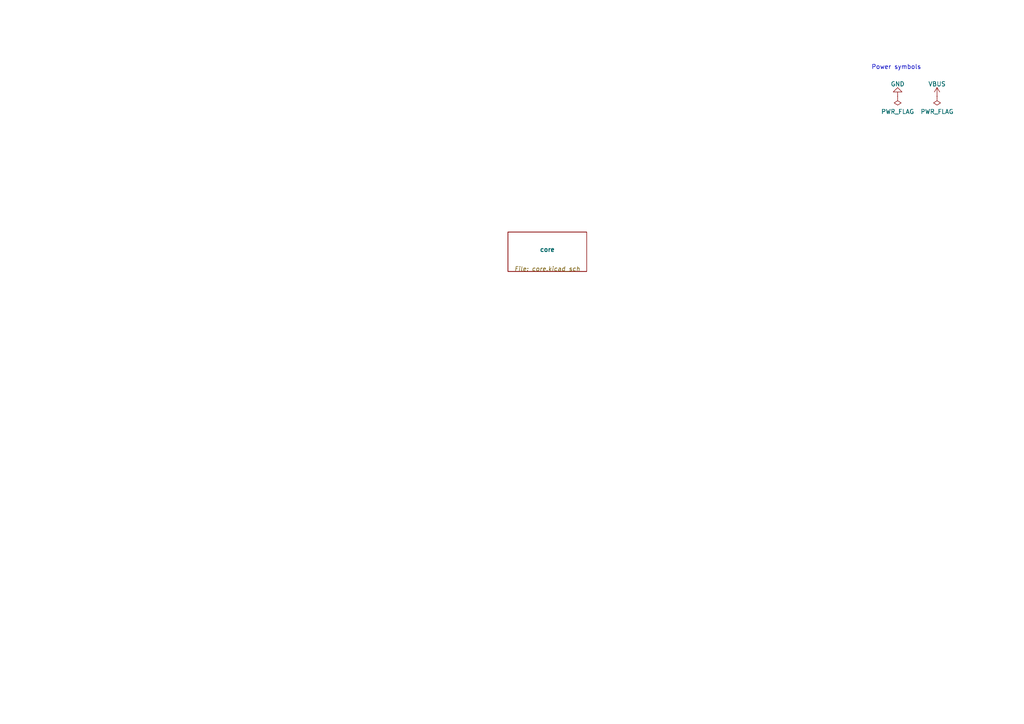
<source format=kicad_sch>
(kicad_sch (version 20211123) (generator eeschema)
  (paper "A4")
  (lib_symbols
    (symbol "power:GND" (power) (pin_names (offset 0))
      (property "Value" "GND" (at 0 -3.81 0))
      (symbol "GND_0_1"
        (polyline (pts (xy 0 0) (xy 0 -1.27) (xy 1.27 -1.27) (xy 0 -2.54) (xy -1.27 -1.27) (xy 0 -1.27)))
      )
      (symbol "GND_1_1"
        (pin power_in line (at 0 0 270) (length 0) hide (name "GND") (number "1"))
      )
    )
    (symbol "power:PWR_FLAG" (power) (pin_numbers hide) (pin_names (offset 0) hide)
      (property "Value" "PWR_FLAG" (at 0 3.81 0))
      (symbol "PWR_FLAG_0_0"
        (pin power_out line (at 0 0 90) (length 0) (name "pwr") (number "1"))
      )
      (symbol "PWR_FLAG_0_1"
        (polyline (pts (xy 0 0) (xy 0 1.27) (xy -1.016 1.905) (xy 0 2.54) (xy 1.016 1.905) (xy 0 1.27)))
      )
    )
    (symbol "power:VBUS" (power) (pin_names (offset 0))
      (property "Value" "VBUS" (at 0 3.81 0))
      (symbol "VBUS_0_1"
        (polyline (pts (xy -0.762 1.27) (xy 0 2.54)))
        (polyline (pts (xy 0 0) (xy 0 2.54)))
        (polyline (pts (xy 0 2.54) (xy 0.762 1.27)))
      )
      (symbol "VBUS_1_1"
        (pin power_in line (at 0 0 90) (length 0) hide (name "VBUS") (number "1"))
      )
    )
  )
  (text "Power symbols" (at 252.73 20.32 0) (effects (font (size 1.27 1.27)) (justify left bottom)))
  (symbol (lib_id "power:PWR_FLAG") (at 260.35 27.94 180) (unit 1)
    (property "Reference" "#FLG02" (effects hide))
    (property "Value" "PWR_FLAG" (at 260.35 32.3834 0))
  )
  (symbol (lib_id "power:GND") (at 260.35 27.94 180) (unit 1)
    (property "Reference" "#PWR02" (effects hide))
    (property "Value" "GND" (at 260.35 24.3642 0))
  )
  (symbol (lib_id "power:VBUS") (at 271.78 27.94 0) (unit 1)
    (property "Reference" "#PWR03" (effects hide))
    (property "Value" "VBUS" (at 271.78 24.3642 0))
  )
  (symbol (lib_id "power:PWR_FLAG") (at 271.78 27.94 180) (unit 1)
    (property "Reference" "#FLG03" (effects hide))
    (property "Value" "PWR_FLAG" (at 271.78 32.3834 0))
  )
  (sheet (at 147.32 67.31) (size 22.86 11.43) (stroke (width 0.1524))
    (property "Sheet name" "core" (at 158.75 72.39 0) (effects (font bold)))
    (property "Sheet file" "core.kicad_sch" (at 158.75 78.74 0) (effects (font italic) (justify bottom)))
  )
)
</source>
